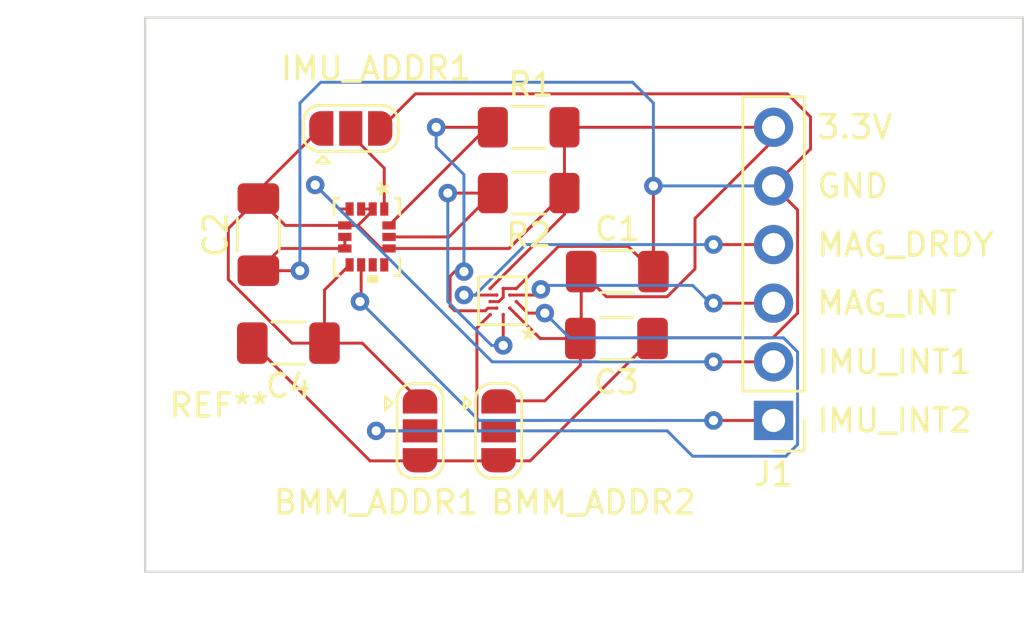
<source format=kicad_pcb>
(kicad_pcb (version 20211014) (generator pcbnew)
  (layers (0 "F.Cu" signal) (31 "B.Cu" signal) (34 "B.Paste" user) (35 "F.Paste" user) (36 "B.SilkS" user "B.Silkscreen") (37 "F.SilkS" user "F.Silkscreen") (38 "B.Mask" user) (39 "F.Mask" user) (44 "Edge.Cuts" user))
  (net 0 "")
  (net 1 "IMU_INT2")
  (net 2 "IMU_INT1")
  (net 3 "MAG_DRDY")
  (net 4 "MAG_INT")
  (net 5 "GND")
  (net 6 "VCC")
  (net 7 "/SDA")
  (net 8 "/SCL")
  (net 11 "Net-(JP_BMM1-Pad2)")
  (net 12 "Net-(JP_BMM2-Pad2)")
  (net 13 "Net-(JP_IMU1-Pad2)")
  (footprint "Jumper:SolderJumper-3_P1.3mm_Open_RoundedPad1.0x1.5mm" (layer "F.Cu") (at 125.3 104.9 -90)
    (fp_text reference "BMM_ADDR2" (at 3.1 -4.1 180) (layer "F.SilkS"))
    (fp_text value "SolderJumper_3_Open")
    (fp_line (start -1.2 1.2) (end -0.9 1.5) (layer "F.SilkS") (width 0.12))
    (fp_line (start 1.4 1) (end -1.4 1) (layer "F.SilkS") (width 0.12))
    (fp_line (start -2.05 0.3) (end -2.05 -0.3) (layer "F.SilkS") (width 0.12))
    (fp_line (start -1.5 1.5) (end -0.9 1.5) (layer "F.SilkS") (width 0.12))
    (fp_line (start -1.2 1.2) (end -1.5 1.5) (layer "F.SilkS") (width 0.12))
    (fp_line (start -1.4 -1) (end 1.4 -1) (layer "F.SilkS") (width 0.12))
    (fp_line (start 2.05 -0.3) (end 2.05 0.3) (layer "F.SilkS") (width 0.12))
    (fp_arc (start -2.05 -0.3) (mid -1.844975 -0.794975) (end -1.35 -1) (layer "F.SilkS") (width 0.12))
    (fp_arc (start 2.05 0.3) (mid 1.844975 0.794975) (end 1.35 1) (layer "F.SilkS") (width 0.12))
    (fp_arc (start 1.35 -1) (mid 1.844975 -0.794975) (end 2.05 -0.3) (layer "F.SilkS") (width 0.12))
    (fp_arc (start -1.35 1) (mid -1.844975 0.794975) (end -2.05 0.3) (layer "F.SilkS") (width 0.12))
    (pad "1" smd custom (at -1.3 0 270) (size 1 0.5) (layers "F.Cu" "F.Mask") (net 6 "VCC") (options (clearance outline) (anchor rect)) (primitives (gr_circle (center 0 0.25) (end 0.5 0.25) (width 0) (fill yes)) (gr_circle (center 0 -0.25) (end 0.5 -0.25) (width 0) (fill yes)) (gr_poly (pts (xy 0.55 0.75) (xy 0 0.75) (xy 0 -0.75) (xy 0.55 -0.75)) (width 0) (fill yes))))
    (pad "2" smd rect (at 0 0 270) (size 1 1.5) (layers "F.Cu" "F.Mask") (net 11 "Net-(JP_BMM1-Pad2)"))
    (pad "3" smd custom (at 1.3 0 270) (size 1 0.5) (layers "F.Cu" "F.Mask") (net 5 "GND") (options (clearance outline) (anchor rect)) (primitives (gr_circle (center 0 0.25) (end 0.5 0.25) (width 0) (fill yes)) (gr_circle (center 0 -0.25) (end 0.5 -0.25) (width 0) (fill yes)) (gr_poly (pts (xy 0 0.75) (xy -0.55 0.75) (xy -0.55 -0.75) (xy 0 -0.75)) (width 0) (fill yes))))
  )
  (footprint "" (layer "F.Cu") (at 113 90 90)
    (fp_text reference "" (at 0 0 90) (layer "F.SilkS") (effects (font (size 1.27 1.27))))
    (fp_text value "" (at 0 0 90) (layer "F.SilkS") (effects (font (size 1.27 1.27))))
    (pad "" np_thru_hole circle (at 0 0 90) (size 3.2 3.2) (drill 3.2) (layers *.Cu *.Mask))
  )
  (footprint "Jumper:SolderJumper-3_P1.3mm_Open_RoundedPad1.0x1.5mm" (layer "F.Cu") (at 121.9 104.9 -90)
    (fp_text reference "BMM_ADDR1" (at 3.1 1.9 180) (layer "F.SilkS"))
    (fp_text value "SolderJumper_3_Open")
    (fp_line (start -2.05 0.3) (end -2.05 -0.3) (layer "F.SilkS") (width 0.12))
    (fp_line (start -1.4 -1) (end 1.4 -1) (layer "F.SilkS") (width 0.12))
    (fp_line (start 1.4 1) (end -1.4 1) (layer "F.SilkS") (width 0.12))
    (fp_line (start -1.2 1.2) (end -1.5 1.5) (layer "F.SilkS") (width 0.12))
    (fp_line (start 2.05 -0.3) (end 2.05 0.3) (layer "F.SilkS") (width 0.12))
    (fp_line (start -1.5 1.5) (end -0.9 1.5) (layer "F.SilkS") (width 0.12))
    (fp_line (start -1.2 1.2) (end -0.9 1.5) (layer "F.SilkS") (width 0.12))
    (fp_arc (start -2.05 -0.3) (mid -1.844975 -0.794975) (end -1.35 -1) (layer "F.SilkS") (width 0.12))
    (fp_arc (start 2.05 0.3) (mid 1.844975 0.794975) (end 1.35 1) (layer "F.SilkS") (width 0.12))
    (fp_arc (start 1.35 -1) (mid 1.844975 -0.794975) (end 2.05 -0.3) (layer "F.SilkS") (width 0.12))
    (fp_arc (start -1.35 1) (mid -1.844975 0.794975) (end -2.05 0.3) (layer "F.SilkS") (width 0.12))
    (pad "1" smd custom (at -1.3 0 270) (size 1 0.5) (layers "F.Cu" "F.Mask") (net 6 "VCC") (options (clearance outline) (anchor rect)) (primitives (gr_circle (center 0 0.25) (end 0.5 0.25) (width 0) (fill yes)) (gr_circle (center 0 -0.25) (end 0.5 -0.25) (width 0) (fill yes)) (gr_poly (pts (xy 0.55 0.75) (xy 0 0.75) (xy 0 -0.75) (xy 0.55 -0.75)) (width 0) (fill yes))))
    (pad "2" smd rect (at 0 0 270) (size 1 1.5) (layers "F.Cu" "F.Mask") (net 12 "Net-(JP_BMM2-Pad2)"))
    (pad "3" smd custom (at 1.3 0 270) (size 1 0.5) (layers "F.Cu" "F.Mask") (net 5 "GND") (options (clearance outline) (anchor rect)) (primitives (gr_circle (center 0 0.25) (end 0.5 0.25) (width 0) (fill yes)) (gr_circle (center 0 -0.25) (end 0.5 -0.25) (width 0) (fill yes)) (gr_poly (pts (xy 0 0.75) (xy -0.55 0.75) (xy -0.55 -0.75) (xy 0 -0.75)) (width 0) (fill yes))))
  )
  (footprint "Capacitor_SMD:C_1206_3216Metric_Pad1.33x1.80mm_HandSolder" (layer "F.Cu") (at 130.4 100.9)
    (fp_text reference "C3" (at 0 1.9) (layer "F.SilkS"))
    (fp_text value "100nF")
    (fp_line (start -0.711252 0.91) (end 0.711252 0.91) (layer "F.SilkS") (width 0.12))
    (fp_line (start -0.711252 -0.91) (end 0.711252 -0.91) (layer "F.SilkS") (width 0.12))
    (pad "1" smd roundrect (at -1.5625 0) (size 1.325 1.8) (layers "F.Cu" "F.Paste" "F.Mask") (roundrect_rratio 0.188679) (net 6 "VCC"))
    (pad "2" smd roundrect (at 1.5625 0) (size 1.325 1.8) (layers "F.Cu" "F.Paste" "F.Mask") (roundrect_rratio 0.188679) (net 5 "GND"))
  )
  (footprint "Connector_PinHeader_2.54mm:PinHeader_1x06_P2.54mm_Vertical" (layer "F.Cu") (at 137.2 104.45 180)
    (fp_text reference "J1" (at 0 -2.33) (layer "F.SilkS"))
    (fp_text value "Conn_01x06_Male")
    (fp_line (start 1.33 1.27) (end 1.33 14.03) (layer "F.SilkS") (width 0.12))
    (fp_line (start -1.33 1.27) (end 1.33 1.27) (layer "F.SilkS") (width 0.12))
    (fp_line (start -1.33 14.03) (end 1.33 14.03) (layer "F.SilkS") (width 0.12))
    (fp_line (start -1.33 1.27) (end -1.33 14.03) (layer "F.SilkS") (width 0.12))
    (fp_line (start -1.33 0) (end -1.33 -1.33) (layer "F.SilkS") (width 0.12))
    (fp_line (start -1.33 -1.33) (end 0 -1.33) (layer "F.SilkS") (width 0.12))
    (pad "1" thru_hole rect (at 0 0 180) (size 1.7 1.7) (drill 1) (layers *.Cu *.Mask) (net 1 "IMU_INT2"))
    (pad "2" thru_hole oval (at 0 2.54 180) (size 1.7 1.7) (drill 1) (layers *.Cu *.Mask) (net 2 "IMU_INT1"))
    (pad "3" thru_hole oval (at 0 5.08 180) (size 1.7 1.7) (drill 1) (layers *.Cu *.Mask) (net 4 "MAG_INT"))
    (pad "4" thru_hole oval (at 0 7.62 180) (size 1.7 1.7) (drill 1) (layers *.Cu *.Mask) (net 3 "MAG_DRDY"))
    (pad "5" thru_hole oval (at 0 10.16 180) (size 1.7 1.7) (drill 1) (layers *.Cu *.Mask) (net 5 "GND"))
    (pad "6" thru_hole oval (at 0 12.7 180) (size 1.7 1.7) (drill 1) (layers *.Cu *.Mask) (net 6 "VCC"))
  )
  (footprint "IMU-Sensors:LSM6DSMTR" (layer "F.Cu") (at 119.6 96.5 -90)
    (fp_text reference "U1" hide)
    (fp_text value "LSM6DSMTR" hide)
    (fp_text user "*" (at -2.0828 -1 90) (layer "F.SilkS"))
    (fp_text user "*" (at -2.0828 -1 90) (layer "F.SilkS"))
    (fp_line (start -1.6764 1.207015) (end -1.6764 1.4224) (layer "F.SilkS") (width 0.12))
    (fp_line (start 1.6764 -1.207015) (end 1.6764 -1.4224) (layer "F.SilkS") (width 0.12))
    (fp_line (start -1.6764 -1.4224) (end -1.6764 -1.207015) (layer "F.SilkS") (width 0.12))
    (fp_line (start -1.6764 1.4224) (end -0.957013 1.4224) (layer "F.SilkS") (width 0.12))
    (fp_line (start 0.957013 1.4224) (end 1.6764 1.4224) (layer "F.SilkS") (width 0.12))
    (fp_line (start 1.6764 -1.4224) (end 0.957013 -1.4224) (layer "F.SilkS") (width 0.12))
    (fp_line (start -0.957013 -1.4224) (end -1.6764 -1.4224) (layer "F.SilkS") (width 0.12))
    (fp_line (start 1.6764 1.4224) (end 1.6764 1.207015) (layer "F.SilkS") (width 0.12))
    (fp_poly (pts (xy 1.9558 -0.4405) (xy 1.9558 -0.059499) (xy 1.7018 -0.059499) (xy 1.7018 -0.4405)) (layer "F.SilkS") (width 0.1) (fill solid))
    (pad "1" smd rect locked (at -1.2103 -0.750001) (size 0.351536 0.57658) (layers "F.Cu" "F.Paste" "F.Mask") (net 13 "Net-(JP_IMU1-Pad2)"))
    (pad "2" smd rect locked (at -1.2103 -0.25) (size 0.351536 0.57658) (layers "F.Cu" "F.Paste" "F.Mask") (net 6 "VCC"))
    (pad "3" smd rect locked (at -1.2103 0.25) (size 0.351536 0.57658) (layers "F.Cu" "F.Paste" "F.Mask") (net 6 "VCC"))
    (pad "4" smd rect locked (at -1.2103 0.750001) (size 0.351536 0.57658) (layers "F.Cu" "F.Paste" "F.Mask") (net 2 "IMU_INT1"))
    (pad "5" smd rect locked (at -0.499999 0.9563 270) (size 0.351536 0.57658) (layers "F.Cu" "F.Paste" "F.Mask") (net 6 "VCC"))
    (pad "6" smd rect locked (at 0 0.9563 270) (size 0.351536 0.57658) (layers "F.Cu" "F.Paste" "F.Mask") (net 5 "GND"))
    (pad "7" smd rect locked (at 0.499999 0.9563 270) (size 0.351536 0.57658) (layers "F.Cu" "F.Paste" "F.Mask") (net 5 "GND"))
    (pad "8" smd rect locked (at 1.2103 0.750001) (size 0.351536 0.57658) (layers "F.Cu" "F.Paste" "F.Mask") (net 6 "VCC"))
    (pad "9" smd rect locked (at 1.2103 0.25) (size 0.351536 0.57658) (layers "F.Cu" "F.Paste" "F.Mask") (net 1 "IMU_INT2"))
    (pad "10" smd rect locked (at 1.2103 -0.25) (size 0.351536 0.57658) (layers "F.Cu" "F.Paste" "F.Mask"))
    (pad "11" smd rect locked (at 1.2103 -0.750001) (size 0.351536 0.57658) (layers "F.Cu" "F.Paste" "F.Mask"))
    (pad "12" smd rect locked (at 0.499999 -0.9563 270) (size 0.351536 0.57658) (layers "F.Cu" "F.Paste" "F.Mask") (net 6 "VCC"))
    (pad "13" smd rect locked (at 0 -0.9563 270) (size 0.351536 0.57658) (layers "F.Cu" "F.Paste" "F.Mask") (net 8 "/SCL"))
    (pad "14" smd rect locked (at -0.499999 -0.9563 270) (size 0.351536 0.57658) (layers "F.Cu" "F.Paste" "F.Mask") (net 7 "/SDA"))
  )
  (footprint "Capacitor_SMD:C_1206_3216Metric_Pad1.33x1.80mm_HandSolder" (layer "F.Cu") (at 116.2 101.1 180)
    (fp_text reference "C4" (at 0 -1.85) (layer "F.SilkS"))
    (fp_text value "100nF")
    (fp_line (start -0.711252 0.91) (end 0.711252 0.91) (layer "F.SilkS") (width 0.12))
    (fp_line (start -0.711252 -0.91) (end 0.711252 -0.91) (layer "F.SilkS") (width 0.12))
    (pad "1" smd roundrect (at -1.5625 0 180) (size 1.325 1.8) (layers "F.Cu" "F.Paste" "F.Mask") (roundrect_rratio 0.188679) (net 6 "VCC"))
    (pad "2" smd roundrect (at 1.5625 0 180) (size 1.325 1.8) (layers "F.Cu" "F.Paste" "F.Mask") (roundrect_rratio 0.188679) (net 5 "GND"))
  )
  (footprint "MountingHole:MountingHole_3.2mm_M3" (layer "F.Cu") (at 113.2 108)
    (fp_text reference "REF**" (at 0 -4.2) (layer "F.SilkS"))
    (fp_text value "MountingHole_3.2mm_M3")
    (pad "" np_thru_hole circle (at -0.2 0) (size 3.2 3.2) (drill 3.2) (layers F&B.Cu *.Mask))
  )
  (footprint "Jumper:SolderJumper-3_P1.3mm_Open_RoundedPad1.0x1.5mm" (layer "F.Cu") (at 118.9 91.8)
    (fp_text reference "IMU_ADDR1" (at 1.1 -2.6) (layer "F.SilkS"))
    (fp_text value "SolderJumper_3_Open")
    (fp_line (start -1.2 1.2) (end -1.5 1.5) (layer "F.SilkS") (width 0.12))
    (fp_line (start -1.4 -1) (end 1.4 -1) (layer "F.SilkS") (width 0.12))
    (fp_line (start -2.05 0.3) (end -2.05 -0.3) (layer "F.SilkS") (width 0.12))
    (fp_line (start -1.5 1.5) (end -0.9 1.5) (layer "F.SilkS") (width 0.12))
    (fp_line (start 2.05 -0.3) (end 2.05 0.3) (layer "F.SilkS") (width 0.12))
    (fp_line (start 1.4 1) (end -1.4 1) (layer "F.SilkS") (width 0.12))
    (fp_line (start -1.2 1.2) (end -0.9 1.5) (layer "F.SilkS") (width 0.12))
    (fp_arc (start -1.35 1) (mid -1.844975 0.794975) (end -2.05 0.3) (layer "F.SilkS") (width 0.12))
    (fp_arc (start 1.35 -1) (mid 1.844975 -0.794975) (end 2.05 -0.3) (layer "F.SilkS") (width 0.12))
    (fp_arc (start 2.05 0.3) (mid 1.844975 0.794975) (end 1.35 1) (layer "F.SilkS") (width 0.12))
    (fp_arc (start -2.05 -0.3) (mid -1.844975 -0.794975) (end -1.35 -1) (layer "F.SilkS") (width 0.12))
    (pad "1" smd custom (at -1.3 0) (size 1 0.5) (layers "F.Cu" "F.Mask") (net 6 "VCC") (options (clearance outline) (anchor rect)) (primitives (gr_circle (center 0 0.25) (end 0.5 0.25) (width 0) (fill yes)) (gr_circle (center 0 -0.25) (end 0.5 -0.25) (width 0) (fill yes)) (gr_poly (pts (xy 0.55 0.75) (xy 0 0.75) (xy 0 -0.75) (xy 0.55 -0.75)) (width 0) (fill yes))))
    (pad "2" smd rect (at 0 0) (size 1 1.5) (layers "F.Cu" "F.Mask") (net 13 "Net-(JP_IMU1-Pad2)"))
    (pad "3" smd custom (at 1.3 0) (size 1 0.5) (layers "F.Cu" "F.Mask") (net 5 "GND") (options (clearance outline) (anchor rect)) (primitives (gr_circle (center 0 0.25) (end 0.5 0.25) (width 0) (fill yes)) (gr_circle (center 0 -0.25) (end 0.5 -0.25) (width 0) (fill yes)) (gr_poly (pts (xy 0 0.75) (xy -0.55 0.75) (xy -0.55 -0.75) (xy 0 -0.75)) (width 0) (fill yes))))
  )
  (footprint "Resistor_SMD:R_1206_3216Metric_Pad1.30x1.75mm_HandSolder" (layer "F.Cu") (at 126.6 94.6 180)
    (fp_text reference "R2" (at 0 -1.82) (layer "F.SilkS"))
    (fp_text value "R_Small_US")
    (fp_line (start -0.727064 -0.91) (end 0.727064 -0.91) (layer "F.SilkS") (width 0.12))
    (fp_line (start -0.727064 0.91) (end 0.727064 0.91) (layer "F.SilkS") (width 0.12))
    (pad "1" smd roundrect (at -1.55 0 180) (size 1.3 1.75) (layers "F.Cu" "F.Paste" "F.Mask") (roundrect_rratio 0.192308) (net 6 "VCC"))
    (pad "2" smd roundrect (at 1.55 0 180) (size 1.3 1.75) (layers "F.Cu" "F.Paste" "F.Mask") (roundrect_rratio 0.192308) (net 8 "/SCL"))
  )
  (footprint "Resistor_SMD:R_1206_3216Metric_Pad1.30x1.75mm_HandSolder" (layer "F.Cu") (at 126.6 91.75 180)
    (fp_text reference "R1" (at -0.1 1.85) (layer "F.SilkS"))
    (fp_text value "R_Small_US")
    (fp_line (start -0.727064 0.91) (end 0.727064 0.91) (layer "F.SilkS") (width 0.12))
    (fp_line (start -0.727064 -0.91) (end 0.727064 -0.91) (layer "F.SilkS") (width 0.12))
    (pad "1" smd roundrect (at -1.55 0 180) (size 1.3 1.75) (layers "F.Cu" "F.Paste" "F.Mask") (roundrect_rratio 0.192308) (net 6 "VCC"))
    (pad "2" smd roundrect (at 1.55 0 180) (size 1.3 1.75) (layers "F.Cu" "F.Paste" "F.Mask") (roundrect_rratio 0.192308) (net 7 "/SDA"))
  )
  (footprint "Capacitor_SMD:C_1206_3216Metric_Pad1.33x1.80mm_HandSolder" (layer "F.Cu") (at 114.9 96.4 90)
    (fp_text reference "C2" (at 0 -1.85 90) (layer "F.SilkS"))
    (fp_text value "100nF")
    (fp_line (start -0.711252 -0.91) (end 0.711252 -0.91) (layer "F.SilkS") (width 0.12))
    (fp_line (start -0.711252 0.91) (end 0.711252 0.91) (layer "F.SilkS") (width 0.12))
    (pad "1" smd roundrect (at -1.5625 0 90) (size 1.325 1.8) (layers "F.Cu" "F.Paste" "F.Mask") (roundrect_rratio 0.188679) (net 5 "GND"))
    (pad "2" smd roundrect (at 1.5625 0 90) (size 1.325 1.8) (layers "F.Cu" "F.Paste" "F.Mask") (roundrect_rratio 0.188679) (net 6 "VCC"))
  )
  (footprint "IMU-Sensors:BMM150" (layer "F.Cu") (at 125.5 99.3 180)
    (fp_text reference "U3" hide)
    (fp_text value "BMM150" hide)
    (fp_text user "*" (at -1.1 -1.7) (layer "F.SilkS"))
    (fp_rect (start -0.999 -0.999) (end 1.069 1.069) (layer "F.SilkS") (width 0.12) (fill none))
    (pad "A1" smd circle (at -0.566 -0.566 180) (size 0.1524 0.1524) (layers "F.Cu" "F.Paste" "F.Mask") (net 6 "VCC"))
    (pad "A3" smd circle (at 0 -0.566 180) (size 0.1524 0.1524) (layers "F.Cu" "F.Paste" "F.Mask") (net 8 "/SCL"))
    (pad "A5" smd circle (at 0.566 -0.566 180) (size 0.1524 0.1524) (layers "F.Cu" "F.Paste" "F.Mask") (net 11 "Net-(JP_BMM1-Pad2)"))
    (pad "B2" smd circle (at -0.283 -0.283 180) (size 0.1524 0.1524) (layers "F.Cu" "F.Paste" "F.Mask") (net 6 "VCC"))
    (pad "B4" smd circle (at 0.283 -0.283 180) (size 0.1524 0.1524) (layers "F.Cu" "F.Paste" "F.Mask") (net 7 "/SDA"))
    (pad "C1" smd circle (at -0.566 0 180) (size 0.1524 0.1524) (layers "F.Cu" "F.Paste" "F.Mask") (net 12 "Net-(JP_BMM2-Pad2)"))
    (pad "C5" smd circle (at 0.566 0 180) (size 0.1524 0.1524) (layers "F.Cu" "F.Paste" "F.Mask") (net 5 "GND"))
    (pad "D2" smd circle (at -0.283 0.283 180) (size 0.1524 0.1524) (layers "F.Cu" "F.Paste" "F.Mask") (net 4 "MAG_INT"))
    (pad "D4" smd circle (at 0.283 0.283 180) (size 0.1524 0.1524) (layers "F.Cu" "F.Paste" "F.Mask") (net 3 "MAG_DRDY"))
    (pad "E1" smd circle (at -0.566 0.566 180) (size 0.1524 0.1524) (layers "F.Cu" "F.Paste" "F.Mask") (net 5 "GND"))
    (pad "E3" smd circle (at 0 0.566 180) (size 0.1524 0.1524) (layers "F.Cu" "F.Paste" "F.Mask") (net 5 "GND"))
    (pad "E5" smd circle (at 0.566 0.566 180) (size 0.1524 0.1524) (layers "F.Cu" "F.Paste" "F.Mask") (net 6 "VCC"))
  )
  (footprint "Capacitor_SMD:C_1206_3216Metric_Pad1.33x1.80mm_HandSolder" (layer "F.Cu") (at 130.4375 98)
    (fp_text reference "C1" (at 0 -1.85) (layer "F.SilkS"))
    (fp_text value "100nF")
    (fp_line (start -0.711252 0.91) (end 0.711252 0.91) (layer "F.SilkS") (width 0.12))
    (fp_line (start -0.711252 -0.91) (end 0.711252 -0.91) (layer "F.SilkS") (width 0.12))
    (pad "1" smd roundrect (at -1.5625 0) (size 1.325 1.8) (layers "F.Cu" "F.Paste" "F.Mask") (roundrect_rratio 0.188679) (net 6 "VCC"))
    (pad "2" smd roundrect (at 1.5625 0) (size 1.325 1.8) (layers "F.Cu" "F.Paste" "F.Mask") (roundrect_rratio 0.188679) (net 5 "GND"))
  )
  (gr_rect (start 110 87) (end 148 111) (layer "Edge.Cuts") (width 0.1) (fill none))
  (gr_text "MAG_INT" (at 139 99.37) (layer "F.SilkS") (effects (font (size 1 1)) (justify left)))
  (gr_text "MAG_DRDY" (at 139 96.83) (layer "F.SilkS") (effects (font (size 1 1)) (justify left)))
  (gr_text "IMU_INT1" (at 139 101.91) (layer "F.SilkS") (effects (font (size 1 1)) (justify left)))
  (gr_text "GND\n" (at 139 94.29) (layer "F.SilkS") (effects (font (size 1 1)) (justify left)))
  (gr_text "IMU_INT2" (at 139 104.45) (layer "F.SilkS") (effects (font (size 1 1)) (justify left)))
  (gr_text "3.3V" (at 139 91.75) (layer "F.SilkS") (effects (font (size 1 1)) (justify left)))
  (segment (start 119.35 97.7103) (end 119.35 99.25) (width 0.127) (layer "F.Cu") (net 1))
  (segment (start 134.6 104.45) (end 137.2 104.45) (width 0.127) (layer "F.Cu") (net 1))
  (segment (start 119.35 99.25) (end 119.3 99.3) (width 0.127) (layer "F.Cu") (net 1))
  (via (at 119.3 99.3) (size 0.8) (drill 0.4) (layers "F.Cu" "B.Cu") (net 1))
  (via (at 134.6 104.45) (size 0.8) (drill 0.4) (layers "F.Cu" "B.Cu") (net 1))
  (segment (start 124.45 104.45) (end 119.3 99.3) (width 0.127) (layer "B.Cu") (net 1))
  (segment (start 134.6 104.45) (end 124.45 104.45) (width 0.127) (layer "B.Cu") (net 1))
  (segment (start 137.2 101.91) (end 134.6 101.91) (width 0.127) (layer "F.Cu") (net 2))
  (segment (start 117.36016 94.2475) (end 118.40236 95.2897) (width 0.127) (layer "F.Cu") (net 2))
  (segment (start 118.40236 95.2897) (end 118.849999 95.2897) (width 0.127) (layer "F.Cu") (net 2))
  (via (at 134.6 101.91) (size 0.8) (drill 0.4) (layers "F.Cu" "B.Cu") (net 2))
  (via (at 117.36016 94.2475) (size 0.8) (drill 0.4) (layers "F.Cu" "B.Cu") (net 2))
  (segment (start 134.6 101.91) (end 125.02266 101.91) (width 0.127) (layer "B.Cu") (net 2))
  (segment (start 125.02266 101.91) (end 117.36016 94.2475) (width 0.127) (layer "B.Cu") (net 2))
  (segment (start 137.2 96.83) (end 134.6 96.83) (width 0.127) (layer "F.Cu") (net 3))
  (segment (start 125.217 99.017) (end 123.8 99.017) (width 0.127) (layer "F.Cu") (net 3))
  (via (at 134.6 96.83) (size 0.8) (drill 0.4) (layers "F.Cu" "B.Cu") (net 3))
  (via (at 123.8 99.017) (size 0.8) (drill 0.4) (layers "F.Cu" "B.Cu") (net 3))
  (segment (start 126.47 96.83) (end 134.6 96.83) (width 0.127) (layer "B.Cu") (net 3))
  (segment (start 124.283 99.017) (end 126.47 96.83) (width 0.127) (layer "B.Cu") (net 3))
  (segment (start 123.8 99.017) (end 124.283 99.017) (width 0.127) (layer "B.Cu") (net 3))
  (segment (start 123.8 99.2) (end 123.8 99.017) (width 0.127) (layer "B.Cu") (net 3))
  (segment (start 137.2 99.37) (end 134.6 99.37) (width 0.127) (layer "F.Cu") (net 4))
  (segment (start 125.783 99.017) (end 126.883 99.017) (width 0.127) (layer "F.Cu") (net 4))
  (segment (start 126.883 99.017) (end 127.127915 98.772085) (width 0.127) (layer "F.Cu") (net 4))
  (via (at 134.6 99.37) (size 0.8) (drill 0.4) (layers "F.Cu" "B.Cu") (net 4))
  (via (at 127.127915 98.772085) (size 0.8) (drill 0.4) (layers "F.Cu" "B.Cu") (net 4))
  (segment (start 134.5 99.4) (end 133.7 98.6) (width 0.127) (layer "B.Cu") (net 4))
  (segment (start 127.3 98.6) (end 127.127915 98.772085) (width 0.127) (layer "B.Cu") (net 4))
  (segment (start 133.7 98.6) (end 127.3 98.6) (width 0.127) (layer "B.Cu") (net 4))
  (segment (start 138.240011 95.330011) (end 137.2 94.29) (width 0.127) (layer "F.Cu") (net 5))
  (segment (start 121.9 106.2) (end 119.7375 106.2) (width 0.127) (layer "F.Cu") (net 5))
  (segment (start 132 94.29) (end 132 98) (width 0.127) (layer "F.Cu") (net 5))
  (segment (start 125.3 106.2) (end 121.9 106.2) (width 0.127) (layer "F.Cu") (net 5))
  (segment (start 137.8 90.3) (end 138.8 91.3) (width 0.127) (layer "F.Cu") (net 5))
  (segment (start 125.5 98.734) (end 125.5 99.11048) (width 0.127) (layer "F.Cu") (net 5))
  (segment (start 131.9625 98.0375) (end 132 98) (width 0.127) (layer "F.Cu") (net 5))
  (segment (start 118.6437 96.5) (end 118.6437 96.999999) (width 0.127) (layer "F.Cu") (net 5))
  (segment (start 138.8 92.69) (end 137.2 94.29) (width 0.127) (layer "F.Cu") (net 5))
  (segment (start 114.6375 98.225) (end 114.9 97.9625) (width 0.127) (layer "F.Cu") (net 5))
  (segment (start 138.240011 99.800788) (end 138.240011 95.330011) (width 0.127) (layer "F.Cu") (net 5))
  (segment (start 131.9625 100.9) (end 131.992511 100.869989) (width 0.127) (layer "F.Cu") (net 5))
  (segment (start 126.066 98.734) (end 125.5 98.734) (width 0.127) (layer "F.Cu") (net 5))
  (segment (start 119.7375 106.2) (end 114.6375 101.1) (width 0.127) (layer "F.Cu") (net 5))
  (segment (start 131.9625 100.9) (end 126.6625 106.2) (width 0.127) (layer "F.Cu") (net 5))
  (segment (start 125.31048 99.3) (end 124.934 99.3) (width 0.127) (layer "F.Cu") (net 5))
  (segment (start 121.7 90.3) (end 137.8 90.3) (width 0.127) (layer "F.Cu") (net 5))
  (segment (start 130.90998 96.90998) (end 132 98) (width 0.127) (layer "F.Cu") (net 5))
  (segment (start 118.6437 96.999999) (end 115.862501 96.999999) (width 0.127) (layer "F.Cu") (net 5))
  (segment (start 138.8 91.3) (end 138.8 92.69) (width 0.127) (layer "F.Cu") (net 5))
  (segment (start 131.992511 100.869989) (end 137.17081 100.869989) (width 0.127) (layer "F.Cu") (net 5))
  (segment (start 127.89002 96.90998) (end 130.90998 96.90998) (width 0.127) (layer "F.Cu") (net 5))
  (segment (start 125.5 99.11048) (end 125.31048 99.3) (width 0.127) (layer "F.Cu") (net 5))
  (segment (start 126.6625 106.2) (end 125.3 106.2) (width 0.127) (layer "F.Cu") (net 5))
  (segment (start 137.17081 100.869989) (end 138.240011 99.800788) (width 0.127) (layer "F.Cu") (net 5))
  (segment (start 126.066 98.734) (end 127.89002 96.90998) (width 0.127) (layer "F.Cu") (net 5))
  (segment (start 120.2 91.8) (end 121.7 90.3) (width 0.127) (layer "F.Cu") (net 5))
  (segment (start 114.9 97.9625) (end 116.7 97.9625) (width 0.127) (layer "F.Cu") (net 5))
  (segment (start 115.862501 96.999999) (end 114.9 97.9625) (width 0.127) (layer "F.Cu") (net 5))
  (via (at 116.7 97.9625) (size 0.8) (drill 0.4) (layers "F.Cu" "B.Cu") (net 5))
  (via (at 132 94.29) (size 0.8) (drill 0.4) (layers "F.Cu" "B.Cu") (net 5))
  (segment (start 132 90.7) (end 132 94.29) (width 0.127) (layer "B.Cu") (net 5))
  (segment (start 117.6 89.8) (end 131.1 89.8) (width 0.127) (layer "B.Cu") (net 5))
  (segment (start 137.2 94.29) (end 132 94.29) (width 0.127) (layer "B.Cu") (net 5))
  (segment (start 116.7 97.9625) (end 116.7 90.7) (width 0.127) (layer "B.Cu") (net 5))
  (segment (start 131.1 89.8) (end 132 90.7) (width 0.127) (layer "B.Cu") (net 5))
  (segment (start 116.7 90.7) (end 117.6 89.8) (width 0.127) (layer "B.Cu") (net 5))
  (segment (start 127.3 103.6) (end 125.3 103.6) (width 0.127) (layer "F.Cu") (net 6))
  (segment (start 113.6 98.347282) (end 113.6 96.1375) (width 0.127) (layer "F.Cu") (net 6))
  (segment (start 128.8375 102.0625) (end 127.3 103.6) (width 0.127) (layer "F.Cu") (net 6))
  (segment (start 133.8 97.884782) (end 133.8 95.7) (width 0.127) (layer "F.Cu") (net 6))
  (segment (start 127.1 100.9) (end 128.8375 100.9) (width 0.127) (layer "F.Cu") (net 6))
  (segment (start 124.934 98.734) (end 128.15 95.518) (width 0.127) (layer "F.Cu") (net 6))
  (segment (start 117.7625 101.1) (end 116.352718 101.1) (width 0.127) (layer "F.Cu") (net 6))
  (segment (start 119.85 95.2897) (end 119.35 95.2897) (width 0.127) (layer "F.Cu") (net 6))
  (segment (start 128.875 100.8625) (end 128.8375 100.9) (width 0.127) (layer "F.Cu") (net 6))
  (segment (start 116.352718 101.1) (end 113.6 98.347282) (width 0.127) (layer "F.Cu") (net 6))
  (segment (start 128.8375 100.9) (end 128.8375 102.0625) (width 0.127) (layer "F.Cu") (net 6))
  (segment (start 114.9 94.5) (end 117.6 91.8) (width 0.127) (layer "F.Cu") (net 6))
  (segment (start 113.6 96.1375) (end 114.9 94.8375) (width 0.127) (layer "F.Cu") (net 6))
  (segment (start 128.875 98) (end 128.875 100.8625) (width 0.127) (layer "F.Cu") (net 6))
  (segment (start 114.9 94.8375) (end 114.9 94.5) (width 0.127) (layer "F.Cu") (net 6))
  (segment (start 120.5563 96.999999) (end 125.750001 96.999999) (width 0.127) (layer "F.Cu") (net 6))
  (segment (start 137.2 92.3) (end 137.2 91.75) (width 0.127) (layer "F.Cu") (net 6))
  (segment (start 128.875 98) (end 129.96502 99.09002) (width 0.127) (layer "F.Cu") (net 6))
  (segment (start 128.15 95.518) (end 128.15 94.6) (width 0.127) (layer "F.Cu") (net 6))
  (segment (start 114.9 94.8375) (end 116.062501 96.000001) (width 0.127) (layer "F.Cu") (net 6))
  (segment (start 119.212221 96.000001) (end 120.212219 96.999999) (width 0.127) (layer "F.Cu") (net 6))
  (segment (start 128.15 91.75) (end 128.15 94.6) (width 0.127) (layer "F.Cu") (net 6))
  (segment (start 137.2 91.75) (end 128.15 91.75) (width 0.127) (layer "F.Cu") (net 6))
  (segment (start 119.85 95.362222) (end 119.212221 96.000001) (width 0.127) (layer "F.Cu") (net 6))
  (segment (start 125.750001 96.999999) (end 128.15 94.6) (width 0.127) (layer "F.Cu") (net 6))
  (segment (start 120.212219 96.999999) (end 120.5563 96.999999) (width 0.127) (layer "F.Cu") (net 6))
  (segment (start 116.062501 96.000001) (end 118.6437 96.000001) (width 0.127) (layer "F.Cu") (net 6))
  (segment (start 126.066 99.866) (end 127.1 100.9) (width 0.127) (layer "F.Cu") (net 6))
  (segment (start 119.85 95.2897) (end 119.85 95.362222) (width 0.127) (layer "F.Cu") (net 6))
  (segment (start 133.8 95.7) (end 137.2 92.3) (width 0.127) (layer "F.Cu") (net 6))
  (segment (start 126.066 99.866) (end 125.783 99.583) (width 0.127) (layer "F.Cu") (net 6))
  (segment (start 117.7625 101.1) (end 119.4 101.1) (width 0.127) (layer "F.Cu") (net 6))
  (segment (start 118.849999 97.7103) (end 117.7625 98.797799) (width 0.127) (layer "F.Cu") (net 6))
  (segment (start 118.6437 96.000001) (end 119.212221 96.000001) (width 0.127) (layer "F.Cu") (net 6))
  (segment (start 129.96502 99.09002) (end 132.594762 99.09002) (width 0.127) (layer "F.Cu") (net 6))
  (segment (start 117.7625 98.797799) (end 117.7625 101.1) (width 0.127) (layer "F.Cu") (net 6))
  (segment (start 132.594762 99.09002) (end 133.8 97.884782) (width 0.127) (layer "F.Cu") (net 6))
  (segment (start 128.875 98) (end 128.62149 97.74649) (width 0.127) (layer "F.Cu") (net 6))
  (segment (start 119.4 101.1) (end 121.9 103.6) (width 0.127) (layer "F.Cu") (net 6))
  (segment (start 123.4 98) (end 123.2 98.2) (width 0.127) (layer "F.Cu") (net 7))
  (segment (start 120.5563 96.000001) (end 124.806301 91.75) (width 0.127) (layer "F.Cu") (net 7))
  (segment (start 123.2 98.2) (end 123.2 99.5) (width 0.127) (layer "F.Cu") (net 7))
  (segment (start 124.72352 99.7) (end 124.84052 99.583) (width 0.127) (layer "F.Cu") (net 7))
  (segment (start 123.8 98) (end 123.4 98) (width 0.127) (layer "F.Cu") (net 7))
  (segment (start 122.6 91.75) (end 125.05 91.75) (width 0.127) (layer "F.Cu") (net 7))
  (segment (start 125.05 91.1) (end 125.05 91.506301) (width 0.127) (layer "F.Cu") (net 7))
  (segment (start 124.84052 99.583) (end 125.217 99.583) (width 0.127) (layer "F.Cu") (net 7))
  (segment (start 123.2 99.5) (end 123.4 99.7) (width 0.127) (layer "F.Cu") (net 7))
  (segment (start 123.4 99.7) (end 124.72352 99.7) (width 0.127) (layer "F.Cu") (net 7))
  (segment (start 124.806301 91.75) (end 125.05 91.75) (width 0.127) (layer "F.Cu") (net 7))
  (via (at 122.6 91.75) (size 0.8) (drill 0.4) (layers "F.Cu" "B.Cu") (net 7))
  (via (at 123.8 98) (size 0.8) (drill 0.4) (layers "F.Cu" "B.Cu") (net 7))
  (segment (start 122.6 91.75) (end 122.6 92.6) (width 0.127) (layer "B.Cu") (net 7))
  (segment (start 123.8 93.8) (end 123.8 98) (width 0.127) (layer "B.Cu") (net 7))
  (segment (start 122.6 92.6) (end 123.8 93.8) (width 0.127) (layer "B.Cu") (net 7))
  (segment (start 125.05 94.6) (end 123.1 94.6) (width 0.127) (layer "F.Cu") (net 8))
  (segment (start 125.5 99.866) (end 125.5 101.2) (width 0.127) (layer "F.Cu") (net 8))
  (segment (start 125.05 94.6) (end 123.15 96.5) (width 0.127) (layer "F.Cu") (net 8))
  (segment (start 123.15 96.5) (end 120.5563 96.5) (width 0.127) (layer "F.Cu") (net 8))
  (via (at 123.1 94.6) (size 0.8) (drill 0.4) (layers "F.Cu" "B.Cu") (net 8))
  (via (at 125.5 101.2) (size 0.8) (drill 0.4) (layers "F.Cu" "B.Cu") (net 8))
  (segment (start 123.1 94.6) (end 123.1 99.3) (width 0.127) (layer "B.Cu") (net 8))
  (segment (start 123.1 99.3) (end 125 101.2) (width 0.127) (layer "B.Cu") (net 8))
  (segment (start 125 101.2) (end 125.5 101.2) (width 0.127) (layer "B.Cu") (net 8))
  (segment (start 124.423 104.9) (end 124.359989 104.836989) (width 0.127) (layer "F.Cu") (net 11))
  (segment (start 124.359989 100.440011) (end 124.934 99.866) (width 0.127) (layer "F.Cu") (net 11))
  (segment (start 125.3 104.9) (end 124.423 104.9) (width 0.127) (layer "F.Cu") (net 11))
  (segment (start 124.359989 104.836989) (end 124.359989 100.440011) (width 0.127) (layer "F.Cu") (net 11))
  (segment (start 127.3 99.8) (end 126.566 99.8) (width 0.127) (layer "F.Cu") (net 12))
  (segment (start 120 104.9) (end 121.9 104.9) (width 0.127) (layer "F.Cu") (net 12))
  (segment (start 126.566 99.8) (end 126.066 99.3) (width 0.127) (layer "F.Cu") (net 12))
  (via (at 127.3 99.8) (size 0.8) (drill 0.4) (layers "F.Cu" "B.Cu") (net 12))
  (via (at 120 104.9) (size 0.8) (drill 0.4) (layers "F.Cu" "B.Cu") (net 12))
  (segment (start 133.7 106) (end 132.6 104.9) (width 0.127) (layer "B.Cu") (net 12))
  (segment (start 128.369989 100.869989) (end 137.630788 100.869989) (width 0.127) (layer "B.Cu") (net 12))
  (segment (start 127.3 99.8) (end 128.369989 100.869989) (width 0.127) (layer "B.Cu") (net 12))
  (segment (start 132.6 104.9) (end 120 104.9) (width 0.127) (layer "B.Cu") (net 12))
  (segment (start 137.630788 100.869989) (end 138.240011 101.479212) (width 0.127) (layer "B.Cu") (net 12))
  (segment (start 138.240011 105.490011) (end 137.730022 106) (width 0.127) (layer "B.Cu") (net 12))
  (segment (start 138.240011 101.479212) (end 138.240011 105.490011) (width 0.127) (layer "B.Cu") (net 12))
  (segment (start 137.730022 106) (end 133.7 106) (width 0.127) (layer "B.Cu") (net 12))
  (segment (start 118.9 92.068728) (end 118.9 91.8) (width 0.127) (layer "F.Cu") (net 13))
  (segment (start 120.350001 95.2897) (end 120.350001 93.518729) (width 0.127) (layer "F.Cu") (net 13))
  (segment (start 120.350001 93.518729) (end 118.9 92.068728) (width 0.127) (layer "F.Cu") (net 13))
)
</source>
